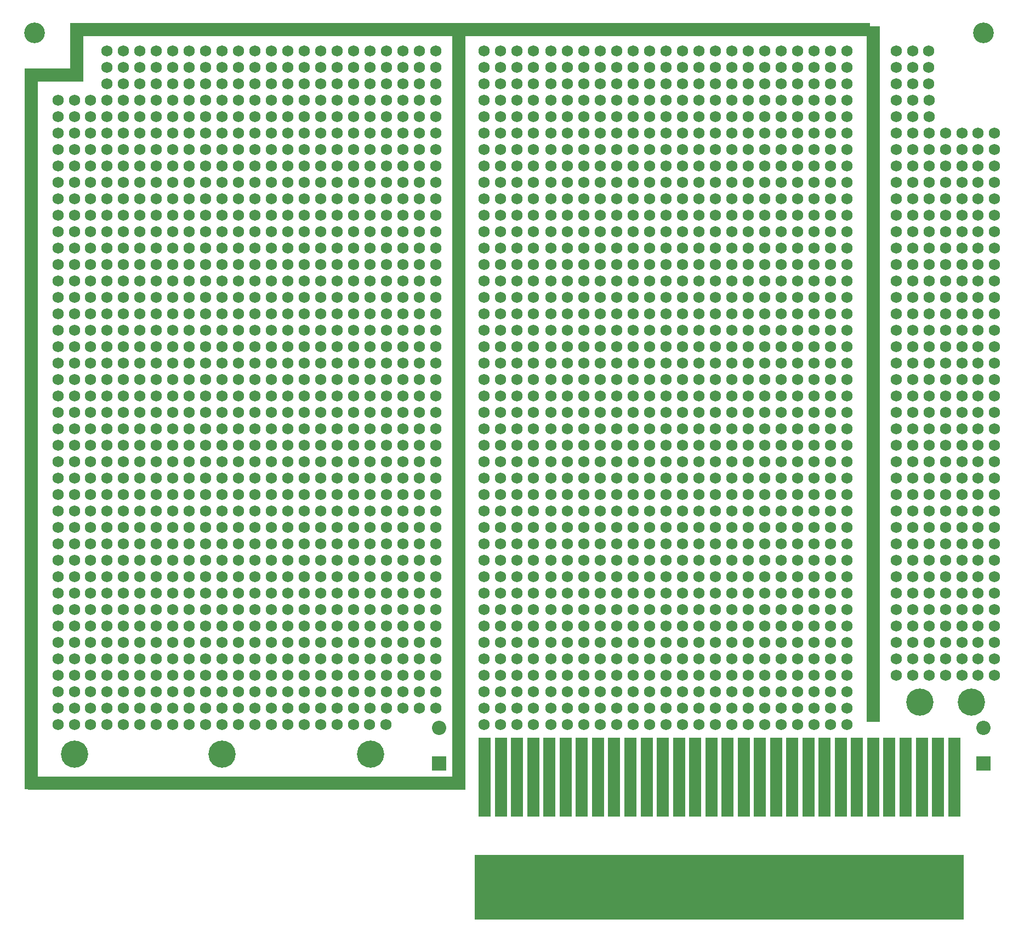
<source format=gbs>
G75*
%MOIN*%
%OFA0B0*%
%FSLAX25Y25*%
%IPPOS*%
%LPD*%
%AMOC8*
5,1,8,0,0,1.08239X$1,22.5*
%
%ADD10C,0.12611*%
%ADD11R,2.97244X0.39370*%
%ADD12R,0.07874X4.38976*%
%ADD13R,0.35433X0.07874*%
%ADD14R,0.07874X0.35433*%
%ADD15R,0.07874X4.64567*%
%ADD16R,0.07874X4.23228*%
%ADD17R,4.86220X0.07874*%
%ADD18R,2.57874X0.07874*%
%ADD19C,0.16548*%
%ADD20R,0.07493X0.48044*%
%ADD21R,0.08674X0.08674*%
%ADD22C,0.08674*%
%ADD23C,0.06800*%
D10*
X0021079Y0544370D03*
X0597850Y0544370D03*
D11*
X0437417Y0024291D03*
D12*
X0019110Y0303228D03*
D13*
X0032890Y0518780D03*
D14*
X0046669Y0532559D03*
D15*
X0278953Y0316024D03*
D16*
X0530921Y0336693D03*
D17*
X0285843Y0546339D03*
D18*
X0146079Y0087677D03*
D19*
X0045291Y0105394D03*
X0134858Y0105394D03*
X0225409Y0105394D03*
X0559268Y0136890D03*
X0590764Y0136890D03*
D20*
X0580134Y0091220D03*
X0570291Y0091220D03*
X0560449Y0091220D03*
X0550606Y0091220D03*
X0540764Y0091220D03*
X0530921Y0091220D03*
X0521079Y0091220D03*
X0511236Y0091220D03*
X0501394Y0091220D03*
X0491551Y0091220D03*
X0481709Y0091220D03*
X0471866Y0091220D03*
X0462024Y0091220D03*
X0452181Y0091220D03*
X0442339Y0091220D03*
X0432496Y0091220D03*
X0422654Y0091220D03*
X0412811Y0091220D03*
X0402969Y0091220D03*
X0393126Y0091220D03*
X0383283Y0091220D03*
X0373441Y0091220D03*
X0363598Y0091220D03*
X0353756Y0091220D03*
X0343913Y0091220D03*
X0334071Y0091220D03*
X0324228Y0091220D03*
X0314386Y0091220D03*
X0304543Y0091220D03*
X0294701Y0091220D03*
D21*
X0266827Y0099488D03*
X0597850Y0099488D03*
D22*
X0597850Y0121142D03*
X0266827Y0121142D03*
D23*
X0264780Y0133228D03*
X0254780Y0133228D03*
X0254780Y0143228D03*
X0264780Y0143228D03*
X0264780Y0153228D03*
X0264780Y0163228D03*
X0254780Y0163228D03*
X0254780Y0153228D03*
X0244780Y0153228D03*
X0244780Y0163228D03*
X0244780Y0173228D03*
X0254780Y0173228D03*
X0264780Y0173228D03*
X0264780Y0183228D03*
X0254780Y0183228D03*
X0254780Y0193228D03*
X0264780Y0193228D03*
X0264780Y0203228D03*
X0254780Y0203228D03*
X0254780Y0213228D03*
X0264780Y0213228D03*
X0264780Y0223228D03*
X0254780Y0223228D03*
X0254780Y0233228D03*
X0264780Y0233228D03*
X0264780Y0243228D03*
X0264780Y0253228D03*
X0254780Y0253228D03*
X0254780Y0243228D03*
X0244780Y0243228D03*
X0244780Y0253228D03*
X0244780Y0263228D03*
X0254780Y0263228D03*
X0264780Y0263228D03*
X0264780Y0273228D03*
X0254780Y0273228D03*
X0254780Y0283228D03*
X0264780Y0283228D03*
X0264780Y0293228D03*
X0254780Y0293228D03*
X0254780Y0303228D03*
X0264780Y0303228D03*
X0264780Y0313228D03*
X0254780Y0313228D03*
X0254780Y0323228D03*
X0264780Y0323228D03*
X0264780Y0333228D03*
X0254780Y0333228D03*
X0254780Y0343228D03*
X0264780Y0343228D03*
X0264780Y0353228D03*
X0254780Y0353228D03*
X0254780Y0363228D03*
X0264780Y0363228D03*
X0264780Y0373228D03*
X0264780Y0383228D03*
X0254780Y0383228D03*
X0254780Y0373228D03*
X0244780Y0373228D03*
X0244780Y0383228D03*
X0244780Y0393228D03*
X0254780Y0393228D03*
X0264780Y0393228D03*
X0264780Y0403228D03*
X0254780Y0403228D03*
X0254780Y0413228D03*
X0264780Y0413228D03*
X0264780Y0423228D03*
X0254780Y0423228D03*
X0254780Y0433228D03*
X0264780Y0433228D03*
X0264780Y0443228D03*
X0254780Y0443228D03*
X0254780Y0453228D03*
X0264780Y0453228D03*
X0264780Y0463228D03*
X0254780Y0463228D03*
X0254780Y0473228D03*
X0264780Y0473228D03*
X0264780Y0483228D03*
X0254780Y0483228D03*
X0254780Y0493228D03*
X0264780Y0493228D03*
X0264780Y0503228D03*
X0254780Y0503228D03*
X0254780Y0513228D03*
X0264780Y0513228D03*
X0264780Y0523228D03*
X0254780Y0523228D03*
X0254780Y0533228D03*
X0264780Y0533228D03*
X0244780Y0533228D03*
X0244780Y0523228D03*
X0244780Y0513228D03*
X0244780Y0503228D03*
X0244780Y0493228D03*
X0244780Y0483228D03*
X0244780Y0473228D03*
X0244780Y0463228D03*
X0244780Y0453228D03*
X0244780Y0443228D03*
X0244780Y0433228D03*
X0244780Y0423228D03*
X0244780Y0413228D03*
X0244780Y0403228D03*
X0234780Y0403228D03*
X0224780Y0403228D03*
X0224780Y0393228D03*
X0234780Y0393228D03*
X0234780Y0383228D03*
X0234780Y0373228D03*
X0224780Y0373228D03*
X0224780Y0383228D03*
X0214780Y0383228D03*
X0214780Y0373228D03*
X0204780Y0373228D03*
X0204780Y0383228D03*
X0204780Y0393228D03*
X0214780Y0393228D03*
X0214780Y0403228D03*
X0204780Y0403228D03*
X0204780Y0413228D03*
X0214780Y0413228D03*
X0214780Y0423228D03*
X0204780Y0423228D03*
X0204780Y0433228D03*
X0214780Y0433228D03*
X0224780Y0433228D03*
X0234780Y0433228D03*
X0234780Y0423228D03*
X0234780Y0413228D03*
X0224780Y0413228D03*
X0224780Y0423228D03*
X0224780Y0443228D03*
X0234780Y0443228D03*
X0234780Y0453228D03*
X0234780Y0463228D03*
X0224780Y0463228D03*
X0224780Y0453228D03*
X0214780Y0453228D03*
X0214780Y0463228D03*
X0204780Y0463228D03*
X0204780Y0453228D03*
X0204780Y0443228D03*
X0214780Y0443228D03*
X0194780Y0443228D03*
X0194780Y0433228D03*
X0194780Y0423228D03*
X0194780Y0413228D03*
X0194780Y0403228D03*
X0194780Y0393228D03*
X0194780Y0383228D03*
X0194780Y0373228D03*
X0194780Y0363228D03*
X0204780Y0363228D03*
X0214780Y0363228D03*
X0224780Y0363228D03*
X0234780Y0363228D03*
X0244780Y0363228D03*
X0244780Y0353228D03*
X0244780Y0343228D03*
X0244780Y0333228D03*
X0244780Y0323228D03*
X0244780Y0313228D03*
X0244780Y0303228D03*
X0244780Y0293228D03*
X0244780Y0283228D03*
X0244780Y0273228D03*
X0234780Y0273228D03*
X0224780Y0273228D03*
X0224780Y0263228D03*
X0234780Y0263228D03*
X0234780Y0253228D03*
X0234780Y0243228D03*
X0224780Y0243228D03*
X0224780Y0253228D03*
X0214780Y0253228D03*
X0214780Y0243228D03*
X0204780Y0243228D03*
X0204780Y0253228D03*
X0204780Y0263228D03*
X0214780Y0263228D03*
X0214780Y0273228D03*
X0204780Y0273228D03*
X0204780Y0283228D03*
X0214780Y0283228D03*
X0214780Y0293228D03*
X0204780Y0293228D03*
X0204780Y0303228D03*
X0214780Y0303228D03*
X0224780Y0303228D03*
X0234780Y0303228D03*
X0234780Y0293228D03*
X0234780Y0283228D03*
X0224780Y0283228D03*
X0224780Y0293228D03*
X0224780Y0313228D03*
X0234780Y0313228D03*
X0234780Y0323228D03*
X0234780Y0333228D03*
X0224780Y0333228D03*
X0224780Y0323228D03*
X0214780Y0323228D03*
X0214780Y0333228D03*
X0204780Y0333228D03*
X0204780Y0323228D03*
X0204780Y0313228D03*
X0214780Y0313228D03*
X0194780Y0313228D03*
X0194780Y0303228D03*
X0194780Y0293228D03*
X0194780Y0283228D03*
X0194780Y0273228D03*
X0194780Y0263228D03*
X0194780Y0253228D03*
X0194780Y0243228D03*
X0194780Y0233228D03*
X0204780Y0233228D03*
X0214780Y0233228D03*
X0224780Y0233228D03*
X0234780Y0233228D03*
X0244780Y0233228D03*
X0244780Y0223228D03*
X0244780Y0213228D03*
X0244780Y0203228D03*
X0244780Y0193228D03*
X0244780Y0183228D03*
X0234780Y0183228D03*
X0224780Y0183228D03*
X0224780Y0173228D03*
X0234780Y0173228D03*
X0234780Y0163228D03*
X0234780Y0153228D03*
X0224780Y0153228D03*
X0224780Y0163228D03*
X0214780Y0163228D03*
X0214780Y0153228D03*
X0204780Y0153228D03*
X0204780Y0163228D03*
X0204780Y0173228D03*
X0214780Y0173228D03*
X0214780Y0183228D03*
X0204780Y0183228D03*
X0204780Y0193228D03*
X0214780Y0193228D03*
X0214780Y0203228D03*
X0204780Y0203228D03*
X0204780Y0213228D03*
X0214780Y0213228D03*
X0224780Y0213228D03*
X0234780Y0213228D03*
X0234780Y0203228D03*
X0234780Y0193228D03*
X0224780Y0193228D03*
X0224780Y0203228D03*
X0224780Y0223228D03*
X0234780Y0223228D03*
X0214780Y0223228D03*
X0204780Y0223228D03*
X0194780Y0223228D03*
X0194780Y0213228D03*
X0194780Y0203228D03*
X0194780Y0193228D03*
X0194780Y0183228D03*
X0194780Y0173228D03*
X0194780Y0163228D03*
X0194780Y0153228D03*
X0194780Y0143228D03*
X0204780Y0143228D03*
X0214780Y0143228D03*
X0224780Y0143228D03*
X0234780Y0143228D03*
X0244780Y0143228D03*
X0244780Y0133228D03*
X0234780Y0133228D03*
X0224780Y0133228D03*
X0214780Y0133228D03*
X0204780Y0133228D03*
X0204780Y0123228D03*
X0214780Y0123228D03*
X0224622Y0123228D03*
X0234465Y0123228D03*
X0194780Y0123228D03*
X0194780Y0133228D03*
X0184780Y0133228D03*
X0174780Y0133228D03*
X0174780Y0123228D03*
X0184780Y0123228D03*
X0164780Y0123228D03*
X0154780Y0123228D03*
X0154780Y0133228D03*
X0164780Y0133228D03*
X0164780Y0143228D03*
X0154780Y0143228D03*
X0154780Y0153228D03*
X0164780Y0153228D03*
X0164780Y0163228D03*
X0154780Y0163228D03*
X0154780Y0173228D03*
X0164780Y0173228D03*
X0174780Y0173228D03*
X0184780Y0173228D03*
X0184780Y0163228D03*
X0184780Y0153228D03*
X0174780Y0153228D03*
X0174780Y0163228D03*
X0174780Y0143228D03*
X0184780Y0143228D03*
X0144780Y0143228D03*
X0144780Y0133228D03*
X0144780Y0123228D03*
X0134780Y0123228D03*
X0124780Y0123228D03*
X0114898Y0123228D03*
X0114898Y0133228D03*
X0124780Y0133228D03*
X0134780Y0133228D03*
X0134780Y0143228D03*
X0124780Y0143228D03*
X0114898Y0143228D03*
X0114898Y0153228D03*
X0114898Y0163228D03*
X0124780Y0163228D03*
X0134780Y0163228D03*
X0134780Y0153228D03*
X0124780Y0153228D03*
X0144780Y0153228D03*
X0144780Y0163228D03*
X0144780Y0173228D03*
X0144780Y0183228D03*
X0154780Y0183228D03*
X0164780Y0183228D03*
X0174780Y0183228D03*
X0184780Y0183228D03*
X0184780Y0193228D03*
X0184780Y0203228D03*
X0174780Y0203228D03*
X0174780Y0193228D03*
X0164780Y0193228D03*
X0164780Y0203228D03*
X0154780Y0203228D03*
X0154780Y0193228D03*
X0144780Y0193228D03*
X0144780Y0203228D03*
X0144780Y0213228D03*
X0154780Y0213228D03*
X0164780Y0213228D03*
X0174780Y0213228D03*
X0184780Y0213228D03*
X0184780Y0223228D03*
X0174780Y0223228D03*
X0174780Y0233228D03*
X0184780Y0233228D03*
X0184780Y0243228D03*
X0184780Y0253228D03*
X0174780Y0253228D03*
X0174780Y0243228D03*
X0164780Y0243228D03*
X0164780Y0253228D03*
X0154780Y0253228D03*
X0154780Y0243228D03*
X0154780Y0233228D03*
X0164780Y0233228D03*
X0164780Y0223228D03*
X0154780Y0223228D03*
X0144780Y0223228D03*
X0144780Y0233228D03*
X0144780Y0243228D03*
X0144780Y0253228D03*
X0144780Y0263228D03*
X0154780Y0263228D03*
X0164780Y0263228D03*
X0174780Y0263228D03*
X0184780Y0263228D03*
X0184780Y0273228D03*
X0174780Y0273228D03*
X0174780Y0283228D03*
X0184780Y0283228D03*
X0184780Y0293228D03*
X0174780Y0293228D03*
X0174780Y0303228D03*
X0184780Y0303228D03*
X0184780Y0313228D03*
X0174780Y0313228D03*
X0174780Y0323228D03*
X0184780Y0323228D03*
X0184780Y0333228D03*
X0174780Y0333228D03*
X0174780Y0343228D03*
X0184780Y0343228D03*
X0194780Y0343228D03*
X0204780Y0343228D03*
X0214780Y0343228D03*
X0224780Y0343228D03*
X0234780Y0343228D03*
X0234780Y0353228D03*
X0224780Y0353228D03*
X0214780Y0353228D03*
X0204780Y0353228D03*
X0194780Y0353228D03*
X0184780Y0353228D03*
X0174780Y0353228D03*
X0174780Y0363228D03*
X0184780Y0363228D03*
X0184780Y0373228D03*
X0184780Y0383228D03*
X0174780Y0383228D03*
X0174780Y0373228D03*
X0164780Y0373228D03*
X0164780Y0383228D03*
X0154780Y0383228D03*
X0154780Y0373228D03*
X0154780Y0363228D03*
X0164780Y0363228D03*
X0164780Y0353228D03*
X0154780Y0353228D03*
X0154780Y0343228D03*
X0164780Y0343228D03*
X0164780Y0333228D03*
X0164780Y0323228D03*
X0154780Y0323228D03*
X0154780Y0333228D03*
X0144780Y0333228D03*
X0144780Y0323228D03*
X0144780Y0313228D03*
X0154780Y0313228D03*
X0164780Y0313228D03*
X0164780Y0303228D03*
X0154780Y0303228D03*
X0154780Y0293228D03*
X0164780Y0293228D03*
X0164780Y0283228D03*
X0154780Y0283228D03*
X0154780Y0273228D03*
X0164780Y0273228D03*
X0144780Y0273228D03*
X0144780Y0283228D03*
X0144780Y0293228D03*
X0144780Y0303228D03*
X0134780Y0303228D03*
X0124780Y0303228D03*
X0114898Y0303228D03*
X0114898Y0293228D03*
X0114898Y0283228D03*
X0124780Y0283228D03*
X0134780Y0283228D03*
X0134780Y0293228D03*
X0124780Y0293228D03*
X0124780Y0273228D03*
X0134780Y0273228D03*
X0134780Y0263228D03*
X0124780Y0263228D03*
X0114898Y0263228D03*
X0114898Y0253228D03*
X0114898Y0243228D03*
X0124780Y0243228D03*
X0134780Y0243228D03*
X0134780Y0253228D03*
X0124780Y0253228D03*
X0124780Y0233228D03*
X0134780Y0233228D03*
X0134780Y0223228D03*
X0124780Y0223228D03*
X0114898Y0223228D03*
X0114898Y0213228D03*
X0124780Y0213228D03*
X0134780Y0213228D03*
X0134780Y0203228D03*
X0134780Y0193228D03*
X0124780Y0193228D03*
X0124780Y0203228D03*
X0114898Y0203228D03*
X0114898Y0193228D03*
X0114898Y0183228D03*
X0124780Y0183228D03*
X0134780Y0183228D03*
X0134780Y0173228D03*
X0124780Y0173228D03*
X0114898Y0173228D03*
X0104898Y0173228D03*
X0094898Y0173228D03*
X0094898Y0163228D03*
X0104898Y0163228D03*
X0104898Y0153228D03*
X0094898Y0153228D03*
X0094898Y0143228D03*
X0104898Y0143228D03*
X0104898Y0133228D03*
X0094898Y0133228D03*
X0094898Y0123228D03*
X0104898Y0123228D03*
X0084898Y0123228D03*
X0074898Y0123228D03*
X0074898Y0133228D03*
X0084898Y0133228D03*
X0084898Y0143228D03*
X0074898Y0143228D03*
X0074898Y0153228D03*
X0084898Y0153228D03*
X0084898Y0163228D03*
X0074898Y0163228D03*
X0074898Y0173228D03*
X0084898Y0173228D03*
X0084898Y0183228D03*
X0074898Y0183228D03*
X0074898Y0193228D03*
X0084898Y0193228D03*
X0084898Y0203228D03*
X0074898Y0203228D03*
X0074898Y0213228D03*
X0084898Y0213228D03*
X0094898Y0213228D03*
X0104898Y0213228D03*
X0104898Y0203228D03*
X0104898Y0193228D03*
X0094898Y0193228D03*
X0094898Y0203228D03*
X0094898Y0183228D03*
X0104898Y0183228D03*
X0064898Y0183228D03*
X0064898Y0173228D03*
X0064898Y0163228D03*
X0064898Y0153228D03*
X0064898Y0143228D03*
X0064898Y0133228D03*
X0064898Y0123228D03*
X0054898Y0123228D03*
X0045213Y0123228D03*
X0045213Y0133228D03*
X0054898Y0133228D03*
X0054898Y0143228D03*
X0045213Y0143228D03*
X0045213Y0153228D03*
X0054898Y0153228D03*
X0054898Y0163228D03*
X0045213Y0163228D03*
X0045213Y0173228D03*
X0054898Y0173228D03*
X0054898Y0183228D03*
X0045213Y0183228D03*
X0045213Y0193228D03*
X0054898Y0193228D03*
X0054898Y0203228D03*
X0045213Y0203228D03*
X0045213Y0213228D03*
X0054898Y0213228D03*
X0064898Y0213228D03*
X0064898Y0203228D03*
X0064898Y0193228D03*
X0035213Y0193228D03*
X0035213Y0203228D03*
X0035213Y0213228D03*
X0035213Y0223228D03*
X0045213Y0223228D03*
X0054898Y0223228D03*
X0064898Y0223228D03*
X0074898Y0223228D03*
X0084898Y0223228D03*
X0094898Y0223228D03*
X0104898Y0223228D03*
X0104898Y0233228D03*
X0094898Y0233228D03*
X0094898Y0243228D03*
X0104898Y0243228D03*
X0104898Y0253228D03*
X0094898Y0253228D03*
X0094898Y0263228D03*
X0104898Y0263228D03*
X0104898Y0273228D03*
X0094898Y0273228D03*
X0094898Y0283228D03*
X0104898Y0283228D03*
X0104898Y0293228D03*
X0094898Y0293228D03*
X0094898Y0303228D03*
X0104898Y0303228D03*
X0104898Y0313228D03*
X0094898Y0313228D03*
X0094898Y0323228D03*
X0104898Y0323228D03*
X0104898Y0333228D03*
X0094898Y0333228D03*
X0094898Y0343228D03*
X0104898Y0343228D03*
X0114898Y0343228D03*
X0124780Y0343228D03*
X0134780Y0343228D03*
X0144780Y0343228D03*
X0144780Y0353228D03*
X0144780Y0363228D03*
X0144780Y0373228D03*
X0144780Y0383228D03*
X0144780Y0393228D03*
X0154780Y0393228D03*
X0164780Y0393228D03*
X0174780Y0393228D03*
X0184780Y0393228D03*
X0184780Y0403228D03*
X0174780Y0403228D03*
X0174780Y0413228D03*
X0184780Y0413228D03*
X0184780Y0423228D03*
X0174780Y0423228D03*
X0174780Y0433228D03*
X0184780Y0433228D03*
X0184780Y0443228D03*
X0174780Y0443228D03*
X0174780Y0453228D03*
X0184780Y0453228D03*
X0184780Y0463228D03*
X0174780Y0463228D03*
X0174780Y0473228D03*
X0184780Y0473228D03*
X0194780Y0473228D03*
X0204780Y0473228D03*
X0214780Y0473228D03*
X0224780Y0473228D03*
X0234780Y0473228D03*
X0234780Y0483228D03*
X0224780Y0483228D03*
X0224780Y0493228D03*
X0234780Y0493228D03*
X0234780Y0503228D03*
X0224780Y0503228D03*
X0224780Y0513228D03*
X0234780Y0513228D03*
X0234780Y0523228D03*
X0224780Y0523228D03*
X0224780Y0533228D03*
X0234780Y0533228D03*
X0214780Y0533228D03*
X0204780Y0533228D03*
X0204780Y0523228D03*
X0214780Y0523228D03*
X0214780Y0513228D03*
X0204780Y0513228D03*
X0204780Y0503228D03*
X0214780Y0503228D03*
X0214780Y0493228D03*
X0204780Y0493228D03*
X0204780Y0483228D03*
X0214780Y0483228D03*
X0194780Y0483228D03*
X0194780Y0493228D03*
X0194780Y0503228D03*
X0194780Y0513228D03*
X0194780Y0523228D03*
X0194780Y0533228D03*
X0184780Y0533228D03*
X0174780Y0533228D03*
X0174780Y0523228D03*
X0184780Y0523228D03*
X0184780Y0513228D03*
X0174780Y0513228D03*
X0174780Y0503228D03*
X0184780Y0503228D03*
X0184780Y0493228D03*
X0174780Y0493228D03*
X0174780Y0483228D03*
X0184780Y0483228D03*
X0164780Y0483228D03*
X0154780Y0483228D03*
X0154780Y0473228D03*
X0164780Y0473228D03*
X0164780Y0463228D03*
X0164780Y0453228D03*
X0154780Y0453228D03*
X0154780Y0463228D03*
X0144780Y0463228D03*
X0144780Y0453228D03*
X0144780Y0443228D03*
X0154780Y0443228D03*
X0164780Y0443228D03*
X0164780Y0433228D03*
X0154780Y0433228D03*
X0154780Y0423228D03*
X0164780Y0423228D03*
X0164780Y0413228D03*
X0154780Y0413228D03*
X0154780Y0403228D03*
X0164780Y0403228D03*
X0144780Y0403228D03*
X0144780Y0413228D03*
X0144780Y0423228D03*
X0144780Y0433228D03*
X0134780Y0433228D03*
X0124780Y0433228D03*
X0114898Y0433228D03*
X0114898Y0423228D03*
X0114898Y0413228D03*
X0124780Y0413228D03*
X0134780Y0413228D03*
X0134780Y0423228D03*
X0124780Y0423228D03*
X0124780Y0403228D03*
X0134780Y0403228D03*
X0134780Y0393228D03*
X0124780Y0393228D03*
X0114898Y0393228D03*
X0114898Y0383228D03*
X0114898Y0373228D03*
X0124780Y0373228D03*
X0134780Y0373228D03*
X0134780Y0383228D03*
X0124780Y0383228D03*
X0124780Y0363228D03*
X0134780Y0363228D03*
X0134780Y0353228D03*
X0124780Y0353228D03*
X0114898Y0353228D03*
X0114898Y0363228D03*
X0104898Y0363228D03*
X0094898Y0363228D03*
X0094898Y0353228D03*
X0104898Y0353228D03*
X0084898Y0353228D03*
X0074898Y0353228D03*
X0074898Y0343228D03*
X0084898Y0343228D03*
X0084898Y0333228D03*
X0084898Y0323228D03*
X0074898Y0323228D03*
X0074898Y0333228D03*
X0064898Y0333228D03*
X0064898Y0323228D03*
X0064898Y0313228D03*
X0074898Y0313228D03*
X0084898Y0313228D03*
X0084898Y0303228D03*
X0074898Y0303228D03*
X0074898Y0293228D03*
X0084898Y0293228D03*
X0084898Y0283228D03*
X0074898Y0283228D03*
X0074898Y0273228D03*
X0084898Y0273228D03*
X0084898Y0263228D03*
X0074898Y0263228D03*
X0074898Y0253228D03*
X0084898Y0253228D03*
X0084898Y0243228D03*
X0074898Y0243228D03*
X0074898Y0233228D03*
X0084898Y0233228D03*
X0064898Y0233228D03*
X0064898Y0243228D03*
X0064898Y0253228D03*
X0064898Y0263228D03*
X0064898Y0273228D03*
X0064898Y0283228D03*
X0064898Y0293228D03*
X0064898Y0303228D03*
X0054898Y0303228D03*
X0045213Y0303228D03*
X0045213Y0293228D03*
X0054898Y0293228D03*
X0054898Y0283228D03*
X0045213Y0283228D03*
X0045213Y0273228D03*
X0054898Y0273228D03*
X0054898Y0263228D03*
X0045213Y0263228D03*
X0045213Y0253228D03*
X0054898Y0253228D03*
X0054898Y0243228D03*
X0045213Y0243228D03*
X0045213Y0233228D03*
X0054898Y0233228D03*
X0035213Y0233228D03*
X0035213Y0243228D03*
X0035213Y0253228D03*
X0035213Y0263228D03*
X0035213Y0273228D03*
X0035213Y0283228D03*
X0035213Y0293228D03*
X0035213Y0303228D03*
X0035213Y0313228D03*
X0045213Y0313228D03*
X0054898Y0313228D03*
X0054898Y0323228D03*
X0045213Y0323228D03*
X0045213Y0333228D03*
X0054898Y0333228D03*
X0054898Y0343228D03*
X0045213Y0343228D03*
X0045213Y0353228D03*
X0054898Y0353228D03*
X0064898Y0353228D03*
X0064898Y0343228D03*
X0064898Y0363228D03*
X0074898Y0363228D03*
X0084898Y0363228D03*
X0084898Y0373228D03*
X0084898Y0383228D03*
X0074898Y0383228D03*
X0074898Y0373228D03*
X0064898Y0373228D03*
X0064898Y0383228D03*
X0064898Y0393228D03*
X0074898Y0393228D03*
X0084898Y0393228D03*
X0094898Y0393228D03*
X0104898Y0393228D03*
X0104898Y0383228D03*
X0104898Y0373228D03*
X0094898Y0373228D03*
X0094898Y0383228D03*
X0094898Y0403228D03*
X0104898Y0403228D03*
X0114898Y0403228D03*
X0104898Y0413228D03*
X0104898Y0423228D03*
X0094898Y0423228D03*
X0094898Y0413228D03*
X0084898Y0413228D03*
X0084898Y0423228D03*
X0074898Y0423228D03*
X0074898Y0413228D03*
X0074898Y0403228D03*
X0084898Y0403228D03*
X0064898Y0403228D03*
X0064898Y0413228D03*
X0064898Y0423228D03*
X0064898Y0433228D03*
X0074898Y0433228D03*
X0084898Y0433228D03*
X0094898Y0433228D03*
X0104898Y0433228D03*
X0104898Y0443228D03*
X0094898Y0443228D03*
X0094898Y0453228D03*
X0104898Y0453228D03*
X0104898Y0463228D03*
X0094898Y0463228D03*
X0094898Y0473228D03*
X0104898Y0473228D03*
X0114898Y0473228D03*
X0124780Y0473228D03*
X0134780Y0473228D03*
X0144780Y0473228D03*
X0144780Y0483228D03*
X0144780Y0493228D03*
X0144780Y0503228D03*
X0154780Y0503228D03*
X0164780Y0503228D03*
X0164780Y0493228D03*
X0154780Y0493228D03*
X0154780Y0513228D03*
X0164780Y0513228D03*
X0164780Y0523228D03*
X0154780Y0523228D03*
X0154780Y0533228D03*
X0164780Y0533228D03*
X0144780Y0533228D03*
X0144780Y0523228D03*
X0144780Y0513228D03*
X0134780Y0513228D03*
X0124780Y0513228D03*
X0114898Y0513228D03*
X0114898Y0503228D03*
X0114898Y0493228D03*
X0124780Y0493228D03*
X0134780Y0493228D03*
X0134780Y0503228D03*
X0124780Y0503228D03*
X0124780Y0483228D03*
X0134780Y0483228D03*
X0114898Y0483228D03*
X0104898Y0483228D03*
X0094898Y0483228D03*
X0094898Y0493228D03*
X0104898Y0493228D03*
X0104898Y0503228D03*
X0094898Y0503228D03*
X0094898Y0513228D03*
X0104898Y0513228D03*
X0104898Y0523228D03*
X0094898Y0523228D03*
X0094898Y0533228D03*
X0104898Y0533228D03*
X0114898Y0533228D03*
X0124780Y0533228D03*
X0134780Y0533228D03*
X0134780Y0523228D03*
X0124780Y0523228D03*
X0114898Y0523228D03*
X0084898Y0523228D03*
X0074898Y0523228D03*
X0074898Y0513228D03*
X0084898Y0513228D03*
X0084898Y0503228D03*
X0084898Y0493228D03*
X0074898Y0493228D03*
X0074898Y0503228D03*
X0064898Y0503228D03*
X0064898Y0493228D03*
X0064898Y0483228D03*
X0074898Y0483228D03*
X0084898Y0483228D03*
X0084898Y0473228D03*
X0074898Y0473228D03*
X0074898Y0463228D03*
X0084898Y0463228D03*
X0084898Y0453228D03*
X0074898Y0453228D03*
X0074898Y0443228D03*
X0084898Y0443228D03*
X0064898Y0443228D03*
X0064898Y0453228D03*
X0064898Y0463228D03*
X0064898Y0473228D03*
X0054898Y0473228D03*
X0045213Y0473228D03*
X0045213Y0463228D03*
X0054898Y0463228D03*
X0054898Y0453228D03*
X0045213Y0453228D03*
X0045213Y0443228D03*
X0054898Y0443228D03*
X0054898Y0433228D03*
X0045213Y0433228D03*
X0045213Y0423228D03*
X0054898Y0423228D03*
X0054898Y0413228D03*
X0045213Y0413228D03*
X0045213Y0403228D03*
X0054898Y0403228D03*
X0054898Y0393228D03*
X0045213Y0393228D03*
X0045213Y0383228D03*
X0054898Y0383228D03*
X0054898Y0373228D03*
X0045213Y0373228D03*
X0045213Y0363228D03*
X0054898Y0363228D03*
X0035213Y0363228D03*
X0035213Y0353228D03*
X0035213Y0343228D03*
X0035213Y0333228D03*
X0035213Y0323228D03*
X0035213Y0373228D03*
X0035213Y0383228D03*
X0035213Y0393228D03*
X0035213Y0403228D03*
X0035213Y0413228D03*
X0035213Y0423228D03*
X0035213Y0433228D03*
X0035213Y0443228D03*
X0035213Y0453228D03*
X0035213Y0463228D03*
X0035213Y0473228D03*
X0035213Y0483228D03*
X0045213Y0483228D03*
X0054898Y0483228D03*
X0054898Y0493228D03*
X0045213Y0493228D03*
X0045213Y0503228D03*
X0054898Y0503228D03*
X0064898Y0513228D03*
X0064898Y0523228D03*
X0064898Y0533228D03*
X0074898Y0533228D03*
X0084898Y0533228D03*
X0035213Y0503228D03*
X0035213Y0493228D03*
X0114898Y0463228D03*
X0114898Y0453228D03*
X0124780Y0453228D03*
X0134780Y0453228D03*
X0134780Y0463228D03*
X0124780Y0463228D03*
X0124780Y0443228D03*
X0134780Y0443228D03*
X0114898Y0443228D03*
X0194780Y0453228D03*
X0194780Y0463228D03*
X0294425Y0463228D03*
X0294425Y0453228D03*
X0294425Y0443228D03*
X0294425Y0433228D03*
X0294425Y0423228D03*
X0294425Y0413228D03*
X0294425Y0403228D03*
X0294425Y0393228D03*
X0294425Y0383228D03*
X0294425Y0373228D03*
X0294425Y0363228D03*
X0294425Y0353228D03*
X0294425Y0343228D03*
X0294425Y0333228D03*
X0294425Y0323228D03*
X0294425Y0313228D03*
X0294425Y0303228D03*
X0294425Y0293228D03*
X0294425Y0283228D03*
X0294425Y0273228D03*
X0294425Y0263228D03*
X0294425Y0253228D03*
X0294425Y0243228D03*
X0294425Y0233228D03*
X0294425Y0223228D03*
X0294425Y0213228D03*
X0294425Y0203228D03*
X0294425Y0193228D03*
X0294425Y0183228D03*
X0294425Y0173228D03*
X0294425Y0163228D03*
X0294425Y0153228D03*
X0294425Y0143228D03*
X0294425Y0133228D03*
X0294425Y0123386D03*
X0304425Y0123386D03*
X0314425Y0123386D03*
X0314425Y0133228D03*
X0304425Y0133228D03*
X0304425Y0143228D03*
X0314425Y0143228D03*
X0324425Y0143228D03*
X0324425Y0133228D03*
X0324425Y0123386D03*
X0334780Y0123386D03*
X0344780Y0123386D03*
X0344780Y0133228D03*
X0334780Y0133228D03*
X0334780Y0143228D03*
X0344780Y0143228D03*
X0354780Y0143228D03*
X0364780Y0143228D03*
X0374780Y0143228D03*
X0384780Y0143228D03*
X0394780Y0143228D03*
X0404780Y0143228D03*
X0414780Y0143228D03*
X0424780Y0143228D03*
X0434780Y0143228D03*
X0444780Y0143228D03*
X0454780Y0143228D03*
X0464780Y0143228D03*
X0474780Y0143228D03*
X0484780Y0143228D03*
X0494780Y0143228D03*
X0504780Y0143228D03*
X0514780Y0143228D03*
X0514780Y0133228D03*
X0514780Y0123386D03*
X0504780Y0123386D03*
X0504780Y0133228D03*
X0494780Y0133228D03*
X0484780Y0133228D03*
X0484780Y0123386D03*
X0494780Y0123386D03*
X0474780Y0123386D03*
X0464780Y0123386D03*
X0464780Y0133228D03*
X0474780Y0133228D03*
X0454780Y0133228D03*
X0454780Y0123386D03*
X0444780Y0123386D03*
X0434780Y0123386D03*
X0434780Y0133228D03*
X0444780Y0133228D03*
X0424780Y0133228D03*
X0414780Y0133228D03*
X0414780Y0123386D03*
X0424780Y0123386D03*
X0404780Y0123386D03*
X0404780Y0133228D03*
X0394780Y0133228D03*
X0384780Y0133228D03*
X0384780Y0123386D03*
X0394780Y0123386D03*
X0374780Y0123386D03*
X0374780Y0133228D03*
X0364780Y0133228D03*
X0354780Y0133228D03*
X0354780Y0123386D03*
X0364780Y0123386D03*
X0364780Y0153228D03*
X0364780Y0163228D03*
X0354780Y0163228D03*
X0354780Y0153228D03*
X0344780Y0153228D03*
X0344780Y0163228D03*
X0334780Y0163228D03*
X0334780Y0153228D03*
X0324425Y0153228D03*
X0324425Y0163228D03*
X0314425Y0163228D03*
X0314425Y0153228D03*
X0304425Y0153228D03*
X0304425Y0163228D03*
X0304425Y0173228D03*
X0314425Y0173228D03*
X0324425Y0173228D03*
X0324425Y0183228D03*
X0314425Y0183228D03*
X0304425Y0183228D03*
X0304425Y0193228D03*
X0314425Y0193228D03*
X0314425Y0203228D03*
X0304425Y0203228D03*
X0304425Y0213228D03*
X0314425Y0213228D03*
X0324425Y0213228D03*
X0324425Y0203228D03*
X0324425Y0193228D03*
X0334780Y0193228D03*
X0344780Y0193228D03*
X0344780Y0203228D03*
X0334780Y0203228D03*
X0334780Y0213228D03*
X0344780Y0213228D03*
X0354780Y0213228D03*
X0364780Y0213228D03*
X0374780Y0213228D03*
X0384780Y0213228D03*
X0394780Y0213228D03*
X0404780Y0213228D03*
X0414780Y0213228D03*
X0424780Y0213228D03*
X0434780Y0213228D03*
X0444780Y0213228D03*
X0454780Y0213228D03*
X0464780Y0213228D03*
X0474780Y0213228D03*
X0484780Y0213228D03*
X0494780Y0213228D03*
X0504780Y0213228D03*
X0514780Y0213228D03*
X0514780Y0203228D03*
X0514780Y0193228D03*
X0514780Y0183228D03*
X0514780Y0173228D03*
X0514780Y0163228D03*
X0514780Y0153228D03*
X0504780Y0153228D03*
X0504780Y0163228D03*
X0504780Y0173228D03*
X0504780Y0183228D03*
X0504780Y0193228D03*
X0504780Y0203228D03*
X0494780Y0203228D03*
X0494780Y0193228D03*
X0484780Y0193228D03*
X0484780Y0203228D03*
X0474780Y0203228D03*
X0474780Y0193228D03*
X0464780Y0193228D03*
X0464780Y0203228D03*
X0454780Y0203228D03*
X0454780Y0193228D03*
X0454780Y0183228D03*
X0464780Y0183228D03*
X0474780Y0183228D03*
X0484780Y0183228D03*
X0494780Y0183228D03*
X0494780Y0173228D03*
X0484780Y0173228D03*
X0484780Y0163228D03*
X0494780Y0163228D03*
X0494780Y0153228D03*
X0484780Y0153228D03*
X0474780Y0153228D03*
X0474780Y0163228D03*
X0464780Y0163228D03*
X0464780Y0153228D03*
X0454780Y0153228D03*
X0454780Y0163228D03*
X0454780Y0173228D03*
X0464780Y0173228D03*
X0474780Y0173228D03*
X0444780Y0173228D03*
X0434780Y0173228D03*
X0434780Y0163228D03*
X0444780Y0163228D03*
X0444780Y0153228D03*
X0434780Y0153228D03*
X0424780Y0153228D03*
X0424780Y0163228D03*
X0414780Y0163228D03*
X0414780Y0153228D03*
X0404780Y0153228D03*
X0404780Y0163228D03*
X0404780Y0173228D03*
X0414780Y0173228D03*
X0424780Y0173228D03*
X0424780Y0183228D03*
X0414780Y0183228D03*
X0414780Y0193228D03*
X0424780Y0193228D03*
X0424780Y0203228D03*
X0414780Y0203228D03*
X0404780Y0203228D03*
X0404780Y0193228D03*
X0404780Y0183228D03*
X0394780Y0183228D03*
X0384780Y0183228D03*
X0384780Y0173228D03*
X0394780Y0173228D03*
X0394780Y0163228D03*
X0394780Y0153228D03*
X0384780Y0153228D03*
X0384780Y0163228D03*
X0374780Y0163228D03*
X0374780Y0153228D03*
X0374780Y0173228D03*
X0374780Y0183228D03*
X0374780Y0193228D03*
X0374780Y0203228D03*
X0384780Y0203228D03*
X0394780Y0203228D03*
X0394780Y0193228D03*
X0384780Y0193228D03*
X0364780Y0193228D03*
X0364780Y0203228D03*
X0354780Y0203228D03*
X0354780Y0193228D03*
X0354780Y0183228D03*
X0364780Y0183228D03*
X0364780Y0173228D03*
X0354780Y0173228D03*
X0344780Y0173228D03*
X0334780Y0173228D03*
X0334780Y0183228D03*
X0344780Y0183228D03*
X0344780Y0223228D03*
X0334780Y0223228D03*
X0334780Y0233228D03*
X0344780Y0233228D03*
X0354780Y0233228D03*
X0364780Y0233228D03*
X0374780Y0233228D03*
X0384780Y0233228D03*
X0394780Y0233228D03*
X0404780Y0233228D03*
X0414780Y0233228D03*
X0424780Y0233228D03*
X0434780Y0233228D03*
X0444780Y0233228D03*
X0454780Y0233228D03*
X0464780Y0233228D03*
X0474780Y0233228D03*
X0484780Y0233228D03*
X0494780Y0233228D03*
X0504780Y0233228D03*
X0514780Y0233228D03*
X0514780Y0223228D03*
X0504780Y0223228D03*
X0494780Y0223228D03*
X0484780Y0223228D03*
X0474780Y0223228D03*
X0464780Y0223228D03*
X0454780Y0223228D03*
X0444780Y0223228D03*
X0434780Y0223228D03*
X0424780Y0223228D03*
X0414780Y0223228D03*
X0404780Y0223228D03*
X0394780Y0223228D03*
X0384780Y0223228D03*
X0374780Y0223228D03*
X0364780Y0223228D03*
X0354780Y0223228D03*
X0354780Y0243228D03*
X0364780Y0243228D03*
X0364780Y0253228D03*
X0354780Y0253228D03*
X0354780Y0263228D03*
X0364780Y0263228D03*
X0374780Y0263228D03*
X0384780Y0263228D03*
X0394780Y0263228D03*
X0404780Y0263228D03*
X0414780Y0263228D03*
X0424780Y0263228D03*
X0434780Y0263228D03*
X0444780Y0263228D03*
X0454780Y0263228D03*
X0464780Y0263228D03*
X0474780Y0263228D03*
X0484780Y0263228D03*
X0494780Y0263228D03*
X0504780Y0263228D03*
X0514780Y0263228D03*
X0514780Y0253228D03*
X0514780Y0243228D03*
X0504780Y0243228D03*
X0504780Y0253228D03*
X0494780Y0253228D03*
X0494780Y0243228D03*
X0484780Y0243228D03*
X0484780Y0253228D03*
X0474780Y0253228D03*
X0474780Y0243228D03*
X0464780Y0243228D03*
X0464780Y0253228D03*
X0454780Y0253228D03*
X0454780Y0243228D03*
X0444780Y0243228D03*
X0444780Y0253228D03*
X0434780Y0253228D03*
X0434780Y0243228D03*
X0424780Y0243228D03*
X0424780Y0253228D03*
X0414780Y0253228D03*
X0414780Y0243228D03*
X0404780Y0243228D03*
X0404780Y0253228D03*
X0394780Y0253228D03*
X0394780Y0243228D03*
X0384780Y0243228D03*
X0384780Y0253228D03*
X0374780Y0253228D03*
X0374780Y0243228D03*
X0374780Y0273228D03*
X0384780Y0273228D03*
X0394780Y0273228D03*
X0404780Y0273228D03*
X0414780Y0273228D03*
X0424780Y0273228D03*
X0434780Y0273228D03*
X0444780Y0273228D03*
X0454780Y0273228D03*
X0464780Y0273228D03*
X0474780Y0273228D03*
X0484780Y0273228D03*
X0494780Y0273228D03*
X0504780Y0273228D03*
X0514780Y0273228D03*
X0514780Y0283228D03*
X0514780Y0293228D03*
X0514780Y0303228D03*
X0514780Y0313228D03*
X0514780Y0323228D03*
X0514780Y0333228D03*
X0514780Y0343228D03*
X0514780Y0353228D03*
X0514780Y0363228D03*
X0514780Y0373228D03*
X0514780Y0383228D03*
X0514780Y0393228D03*
X0514780Y0403228D03*
X0514780Y0413228D03*
X0514780Y0423228D03*
X0514780Y0433228D03*
X0514780Y0443228D03*
X0514780Y0453228D03*
X0514780Y0463228D03*
X0514780Y0473228D03*
X0514780Y0483228D03*
X0514780Y0493228D03*
X0514780Y0503228D03*
X0514780Y0513228D03*
X0514780Y0523228D03*
X0514780Y0533228D03*
X0504780Y0533228D03*
X0504780Y0523228D03*
X0504780Y0513228D03*
X0504780Y0503228D03*
X0504780Y0493228D03*
X0504780Y0483228D03*
X0504780Y0473228D03*
X0504780Y0463228D03*
X0504780Y0453228D03*
X0504780Y0443228D03*
X0504780Y0433228D03*
X0504780Y0423228D03*
X0504780Y0413228D03*
X0504780Y0403228D03*
X0504780Y0393228D03*
X0504780Y0383228D03*
X0504780Y0373228D03*
X0504780Y0363228D03*
X0504780Y0353228D03*
X0504780Y0343228D03*
X0504780Y0333228D03*
X0504780Y0323228D03*
X0504780Y0313228D03*
X0504780Y0303228D03*
X0504780Y0293228D03*
X0504780Y0283228D03*
X0494780Y0283228D03*
X0494780Y0293228D03*
X0484780Y0293228D03*
X0484780Y0283228D03*
X0474780Y0283228D03*
X0474780Y0293228D03*
X0464780Y0293228D03*
X0464780Y0283228D03*
X0454780Y0283228D03*
X0454780Y0293228D03*
X0454780Y0303228D03*
X0464780Y0303228D03*
X0474780Y0303228D03*
X0484780Y0303228D03*
X0494780Y0303228D03*
X0494780Y0313228D03*
X0484780Y0313228D03*
X0484780Y0323228D03*
X0494780Y0323228D03*
X0494780Y0333228D03*
X0484780Y0333228D03*
X0484780Y0343228D03*
X0494780Y0343228D03*
X0494780Y0353228D03*
X0484780Y0353228D03*
X0484780Y0363228D03*
X0494780Y0363228D03*
X0494780Y0373228D03*
X0494780Y0383228D03*
X0484780Y0383228D03*
X0484780Y0373228D03*
X0474780Y0373228D03*
X0474780Y0383228D03*
X0464780Y0383228D03*
X0464780Y0373228D03*
X0464780Y0363228D03*
X0474780Y0363228D03*
X0474780Y0353228D03*
X0464780Y0353228D03*
X0464780Y0343228D03*
X0474780Y0343228D03*
X0474780Y0333228D03*
X0474780Y0323228D03*
X0464780Y0323228D03*
X0464780Y0333228D03*
X0454780Y0333228D03*
X0454780Y0323228D03*
X0454780Y0313228D03*
X0464780Y0313228D03*
X0474780Y0313228D03*
X0444780Y0313228D03*
X0434780Y0313228D03*
X0434780Y0303228D03*
X0444780Y0303228D03*
X0444780Y0293228D03*
X0444780Y0283228D03*
X0434780Y0283228D03*
X0434780Y0293228D03*
X0424780Y0293228D03*
X0424780Y0283228D03*
X0414780Y0283228D03*
X0414780Y0293228D03*
X0414780Y0303228D03*
X0424780Y0303228D03*
X0424780Y0313228D03*
X0414780Y0313228D03*
X0414780Y0323228D03*
X0424780Y0323228D03*
X0424780Y0333228D03*
X0414780Y0333228D03*
X0414780Y0343228D03*
X0424780Y0343228D03*
X0434780Y0343228D03*
X0444780Y0343228D03*
X0454780Y0343228D03*
X0454780Y0353228D03*
X0454780Y0363228D03*
X0454780Y0373228D03*
X0454780Y0383228D03*
X0454780Y0393228D03*
X0464780Y0393228D03*
X0474780Y0393228D03*
X0484780Y0393228D03*
X0494780Y0393228D03*
X0494780Y0403228D03*
X0484780Y0403228D03*
X0484780Y0413228D03*
X0494780Y0413228D03*
X0494780Y0423228D03*
X0484780Y0423228D03*
X0484780Y0433228D03*
X0494780Y0433228D03*
X0494780Y0443228D03*
X0484780Y0443228D03*
X0484780Y0453228D03*
X0494780Y0453228D03*
X0494780Y0463228D03*
X0484780Y0463228D03*
X0484780Y0473228D03*
X0494780Y0473228D03*
X0494780Y0483228D03*
X0484780Y0483228D03*
X0484780Y0493228D03*
X0494780Y0493228D03*
X0494780Y0503228D03*
X0484780Y0503228D03*
X0484780Y0513228D03*
X0494780Y0513228D03*
X0494780Y0523228D03*
X0484780Y0523228D03*
X0484780Y0533228D03*
X0494780Y0533228D03*
X0474780Y0533228D03*
X0464780Y0533228D03*
X0464780Y0523228D03*
X0474780Y0523228D03*
X0474780Y0513228D03*
X0464780Y0513228D03*
X0464780Y0503228D03*
X0474780Y0503228D03*
X0474780Y0493228D03*
X0464780Y0493228D03*
X0464780Y0483228D03*
X0474780Y0483228D03*
X0474780Y0473228D03*
X0464780Y0473228D03*
X0464780Y0463228D03*
X0474780Y0463228D03*
X0474780Y0453228D03*
X0464780Y0453228D03*
X0464780Y0443228D03*
X0474780Y0443228D03*
X0474780Y0433228D03*
X0464780Y0433228D03*
X0464780Y0423228D03*
X0474780Y0423228D03*
X0474780Y0413228D03*
X0464780Y0413228D03*
X0464780Y0403228D03*
X0474780Y0403228D03*
X0454780Y0403228D03*
X0454780Y0413228D03*
X0454780Y0423228D03*
X0454780Y0433228D03*
X0454780Y0443228D03*
X0454780Y0453228D03*
X0454780Y0463228D03*
X0454780Y0473228D03*
X0454780Y0483228D03*
X0454780Y0493228D03*
X0454780Y0503228D03*
X0454780Y0513228D03*
X0454780Y0523228D03*
X0454780Y0533228D03*
X0444780Y0533228D03*
X0434780Y0533228D03*
X0434780Y0523228D03*
X0444780Y0523228D03*
X0444780Y0513228D03*
X0434780Y0513228D03*
X0434780Y0503228D03*
X0444780Y0503228D03*
X0444780Y0493228D03*
X0434780Y0493228D03*
X0434780Y0483228D03*
X0444780Y0483228D03*
X0444780Y0473228D03*
X0434780Y0473228D03*
X0434780Y0463228D03*
X0444780Y0463228D03*
X0444780Y0453228D03*
X0434780Y0453228D03*
X0434780Y0443228D03*
X0444780Y0443228D03*
X0444780Y0433228D03*
X0434780Y0433228D03*
X0434780Y0423228D03*
X0444780Y0423228D03*
X0444780Y0413228D03*
X0434780Y0413228D03*
X0434780Y0403228D03*
X0444780Y0403228D03*
X0444780Y0393228D03*
X0434780Y0393228D03*
X0434780Y0383228D03*
X0444780Y0383228D03*
X0444780Y0373228D03*
X0434780Y0373228D03*
X0434780Y0363228D03*
X0444780Y0363228D03*
X0444780Y0353228D03*
X0434780Y0353228D03*
X0424780Y0353228D03*
X0414780Y0353228D03*
X0414780Y0363228D03*
X0424780Y0363228D03*
X0424780Y0373228D03*
X0424780Y0383228D03*
X0414780Y0383228D03*
X0414780Y0373228D03*
X0404780Y0373228D03*
X0404780Y0383228D03*
X0404780Y0393228D03*
X0414780Y0393228D03*
X0424780Y0393228D03*
X0424780Y0403228D03*
X0414780Y0403228D03*
X0414780Y0413228D03*
X0424780Y0413228D03*
X0424780Y0423228D03*
X0414780Y0423228D03*
X0414780Y0433228D03*
X0424780Y0433228D03*
X0424780Y0443228D03*
X0414780Y0443228D03*
X0414780Y0453228D03*
X0424780Y0453228D03*
X0424780Y0463228D03*
X0414780Y0463228D03*
X0414780Y0473228D03*
X0424780Y0473228D03*
X0424780Y0483228D03*
X0414780Y0483228D03*
X0414780Y0493228D03*
X0424780Y0493228D03*
X0424780Y0503228D03*
X0414780Y0503228D03*
X0414780Y0513228D03*
X0424780Y0513228D03*
X0424780Y0523228D03*
X0414780Y0523228D03*
X0414780Y0533228D03*
X0424780Y0533228D03*
X0404780Y0533228D03*
X0404780Y0523228D03*
X0404780Y0513228D03*
X0404780Y0503228D03*
X0404780Y0493228D03*
X0404780Y0483228D03*
X0404780Y0473228D03*
X0404780Y0463228D03*
X0404780Y0453228D03*
X0404780Y0443228D03*
X0404780Y0433228D03*
X0404780Y0423228D03*
X0404780Y0413228D03*
X0404780Y0403228D03*
X0394780Y0403228D03*
X0384780Y0403228D03*
X0384780Y0393228D03*
X0394780Y0393228D03*
X0394780Y0383228D03*
X0394780Y0373228D03*
X0384780Y0373228D03*
X0384780Y0383228D03*
X0374780Y0383228D03*
X0374780Y0373228D03*
X0374780Y0363228D03*
X0384780Y0363228D03*
X0394780Y0363228D03*
X0404780Y0363228D03*
X0404780Y0353228D03*
X0404780Y0343228D03*
X0404780Y0333228D03*
X0404780Y0323228D03*
X0404780Y0313228D03*
X0404780Y0303228D03*
X0404780Y0293228D03*
X0404780Y0283228D03*
X0394780Y0283228D03*
X0394780Y0293228D03*
X0384780Y0293228D03*
X0384780Y0283228D03*
X0374780Y0283228D03*
X0374780Y0293228D03*
X0374780Y0303228D03*
X0384780Y0303228D03*
X0394780Y0303228D03*
X0394780Y0313228D03*
X0384780Y0313228D03*
X0384780Y0323228D03*
X0394780Y0323228D03*
X0394780Y0333228D03*
X0384780Y0333228D03*
X0384780Y0343228D03*
X0394780Y0343228D03*
X0394780Y0353228D03*
X0384780Y0353228D03*
X0374780Y0353228D03*
X0374780Y0343228D03*
X0374780Y0333228D03*
X0374780Y0323228D03*
X0374780Y0313228D03*
X0364780Y0313228D03*
X0354780Y0313228D03*
X0354780Y0303228D03*
X0364780Y0303228D03*
X0364780Y0293228D03*
X0364780Y0283228D03*
X0354780Y0283228D03*
X0354780Y0293228D03*
X0344780Y0293228D03*
X0344780Y0283228D03*
X0334780Y0283228D03*
X0334780Y0293228D03*
X0334780Y0303228D03*
X0344780Y0303228D03*
X0344780Y0313228D03*
X0334780Y0313228D03*
X0334780Y0323228D03*
X0344780Y0323228D03*
X0344780Y0333228D03*
X0334780Y0333228D03*
X0334780Y0343228D03*
X0344780Y0343228D03*
X0354780Y0343228D03*
X0364780Y0343228D03*
X0364780Y0333228D03*
X0364780Y0323228D03*
X0354780Y0323228D03*
X0354780Y0333228D03*
X0354780Y0353228D03*
X0364780Y0353228D03*
X0364780Y0363228D03*
X0354780Y0363228D03*
X0354780Y0373228D03*
X0364780Y0373228D03*
X0364780Y0383228D03*
X0354780Y0383228D03*
X0354780Y0393228D03*
X0364780Y0393228D03*
X0374780Y0393228D03*
X0374780Y0403228D03*
X0374780Y0413228D03*
X0374780Y0423228D03*
X0384780Y0423228D03*
X0394780Y0423228D03*
X0394780Y0413228D03*
X0384780Y0413228D03*
X0384780Y0433228D03*
X0394780Y0433228D03*
X0394780Y0443228D03*
X0384780Y0443228D03*
X0384780Y0453228D03*
X0394780Y0453228D03*
X0394780Y0463228D03*
X0384780Y0463228D03*
X0384780Y0473228D03*
X0394780Y0473228D03*
X0394780Y0483228D03*
X0384780Y0483228D03*
X0384780Y0493228D03*
X0394780Y0493228D03*
X0394780Y0503228D03*
X0384780Y0503228D03*
X0384780Y0513228D03*
X0394780Y0513228D03*
X0394780Y0523228D03*
X0384780Y0523228D03*
X0384780Y0533228D03*
X0394780Y0533228D03*
X0374780Y0533228D03*
X0374780Y0523228D03*
X0374780Y0513228D03*
X0374780Y0503228D03*
X0374780Y0493228D03*
X0374780Y0483228D03*
X0374780Y0473228D03*
X0374780Y0463228D03*
X0374780Y0453228D03*
X0374780Y0443228D03*
X0374780Y0433228D03*
X0364780Y0433228D03*
X0354780Y0433228D03*
X0354780Y0423228D03*
X0364780Y0423228D03*
X0364780Y0413228D03*
X0354780Y0413228D03*
X0354780Y0403228D03*
X0364780Y0403228D03*
X0344780Y0403228D03*
X0334780Y0403228D03*
X0334780Y0393228D03*
X0344780Y0393228D03*
X0344780Y0383228D03*
X0344780Y0373228D03*
X0334780Y0373228D03*
X0334780Y0383228D03*
X0324425Y0383228D03*
X0324425Y0373228D03*
X0324425Y0363228D03*
X0324425Y0353228D03*
X0324425Y0343228D03*
X0324425Y0333228D03*
X0324425Y0323228D03*
X0324425Y0313228D03*
X0324425Y0303228D03*
X0324425Y0293228D03*
X0324425Y0283228D03*
X0324425Y0273228D03*
X0324425Y0263228D03*
X0324425Y0253228D03*
X0324425Y0243228D03*
X0324425Y0233228D03*
X0324425Y0223228D03*
X0314425Y0223228D03*
X0304425Y0223228D03*
X0304425Y0233228D03*
X0314425Y0233228D03*
X0314425Y0243228D03*
X0304425Y0243228D03*
X0304425Y0253228D03*
X0314425Y0253228D03*
X0314425Y0263228D03*
X0304425Y0263228D03*
X0304425Y0273228D03*
X0314425Y0273228D03*
X0314425Y0283228D03*
X0304425Y0283228D03*
X0304425Y0293228D03*
X0314425Y0293228D03*
X0314425Y0303228D03*
X0304425Y0303228D03*
X0304425Y0313228D03*
X0314425Y0313228D03*
X0314425Y0323228D03*
X0304425Y0323228D03*
X0304425Y0333228D03*
X0314425Y0333228D03*
X0314425Y0343228D03*
X0304425Y0343228D03*
X0304425Y0353228D03*
X0314425Y0353228D03*
X0314425Y0363228D03*
X0304425Y0363228D03*
X0304425Y0373228D03*
X0314425Y0373228D03*
X0314425Y0383228D03*
X0304425Y0383228D03*
X0304425Y0393228D03*
X0314425Y0393228D03*
X0324425Y0393228D03*
X0324425Y0403228D03*
X0314425Y0403228D03*
X0304425Y0403228D03*
X0304425Y0413228D03*
X0314425Y0413228D03*
X0314425Y0423228D03*
X0304425Y0423228D03*
X0304425Y0433228D03*
X0314425Y0433228D03*
X0324425Y0433228D03*
X0324425Y0423228D03*
X0324425Y0413228D03*
X0334780Y0413228D03*
X0344780Y0413228D03*
X0344780Y0423228D03*
X0334780Y0423228D03*
X0334780Y0433228D03*
X0344780Y0433228D03*
X0344780Y0443228D03*
X0334780Y0443228D03*
X0334780Y0453228D03*
X0344780Y0453228D03*
X0344780Y0463228D03*
X0334780Y0463228D03*
X0334780Y0473228D03*
X0344780Y0473228D03*
X0354780Y0473228D03*
X0364780Y0473228D03*
X0364780Y0463228D03*
X0364780Y0453228D03*
X0354780Y0453228D03*
X0354780Y0463228D03*
X0354780Y0443228D03*
X0364780Y0443228D03*
X0324425Y0443228D03*
X0314425Y0443228D03*
X0304425Y0443228D03*
X0304425Y0453228D03*
X0314425Y0453228D03*
X0314425Y0463228D03*
X0304425Y0463228D03*
X0304425Y0473228D03*
X0314425Y0473228D03*
X0324425Y0473228D03*
X0324425Y0463228D03*
X0324425Y0453228D03*
X0324425Y0483228D03*
X0314425Y0483228D03*
X0304425Y0483228D03*
X0294425Y0483228D03*
X0294425Y0473228D03*
X0294425Y0493228D03*
X0294425Y0503228D03*
X0304425Y0503228D03*
X0304425Y0493228D03*
X0314425Y0493228D03*
X0314425Y0503228D03*
X0324425Y0503228D03*
X0324425Y0493228D03*
X0334780Y0493228D03*
X0344780Y0493228D03*
X0344780Y0503228D03*
X0334780Y0503228D03*
X0334780Y0513228D03*
X0344780Y0513228D03*
X0354780Y0513228D03*
X0364780Y0513228D03*
X0364780Y0503228D03*
X0364780Y0493228D03*
X0354780Y0493228D03*
X0354780Y0503228D03*
X0354780Y0483228D03*
X0364780Y0483228D03*
X0344780Y0483228D03*
X0334780Y0483228D03*
X0324425Y0513228D03*
X0314425Y0513228D03*
X0304425Y0513228D03*
X0294425Y0513228D03*
X0294425Y0523228D03*
X0304425Y0523228D03*
X0314425Y0523228D03*
X0324425Y0523228D03*
X0324425Y0533228D03*
X0314425Y0533228D03*
X0304425Y0533228D03*
X0294425Y0533228D03*
X0334780Y0533228D03*
X0344780Y0533228D03*
X0354780Y0533228D03*
X0364780Y0533228D03*
X0364780Y0523228D03*
X0354780Y0523228D03*
X0344780Y0523228D03*
X0334780Y0523228D03*
X0334780Y0363228D03*
X0344780Y0363228D03*
X0344780Y0353228D03*
X0334780Y0353228D03*
X0334780Y0273228D03*
X0344780Y0273228D03*
X0354780Y0273228D03*
X0364780Y0273228D03*
X0344780Y0263228D03*
X0334780Y0263228D03*
X0334780Y0253228D03*
X0344780Y0253228D03*
X0344780Y0243228D03*
X0334780Y0243228D03*
X0434780Y0203228D03*
X0444780Y0203228D03*
X0444780Y0193228D03*
X0434780Y0193228D03*
X0434780Y0183228D03*
X0444780Y0183228D03*
X0544780Y0183228D03*
X0554780Y0183228D03*
X0564780Y0183228D03*
X0574780Y0183228D03*
X0584780Y0183228D03*
X0594465Y0183228D03*
X0604465Y0183228D03*
X0604465Y0173228D03*
X0594465Y0173228D03*
X0584780Y0173228D03*
X0584780Y0163228D03*
X0584780Y0153228D03*
X0594465Y0153228D03*
X0604465Y0153228D03*
X0604465Y0163228D03*
X0594465Y0163228D03*
X0574780Y0163228D03*
X0574780Y0153228D03*
X0564780Y0153228D03*
X0564780Y0163228D03*
X0564780Y0173228D03*
X0574780Y0173228D03*
X0554780Y0173228D03*
X0544780Y0173228D03*
X0544780Y0163228D03*
X0554780Y0163228D03*
X0554780Y0153228D03*
X0544780Y0153228D03*
X0544780Y0193228D03*
X0554780Y0193228D03*
X0554780Y0203228D03*
X0544780Y0203228D03*
X0544780Y0213228D03*
X0554780Y0213228D03*
X0564780Y0213228D03*
X0574780Y0213228D03*
X0584780Y0213228D03*
X0594465Y0213228D03*
X0604465Y0213228D03*
X0604465Y0203228D03*
X0604465Y0193228D03*
X0594465Y0193228D03*
X0594465Y0203228D03*
X0584780Y0203228D03*
X0584780Y0193228D03*
X0574780Y0193228D03*
X0574780Y0203228D03*
X0564780Y0203228D03*
X0564780Y0193228D03*
X0564780Y0223228D03*
X0574780Y0223228D03*
X0584780Y0223228D03*
X0594465Y0223228D03*
X0604465Y0223228D03*
X0604465Y0233228D03*
X0594465Y0233228D03*
X0584780Y0233228D03*
X0584780Y0243228D03*
X0584780Y0253228D03*
X0594465Y0253228D03*
X0604465Y0253228D03*
X0604465Y0243228D03*
X0594465Y0243228D03*
X0594465Y0263228D03*
X0604465Y0263228D03*
X0604465Y0273228D03*
X0594465Y0273228D03*
X0584780Y0273228D03*
X0584780Y0263228D03*
X0574780Y0263228D03*
X0564780Y0263228D03*
X0564780Y0253228D03*
X0574780Y0253228D03*
X0574780Y0243228D03*
X0564780Y0243228D03*
X0564780Y0233228D03*
X0574780Y0233228D03*
X0554780Y0233228D03*
X0544780Y0233228D03*
X0544780Y0223228D03*
X0554780Y0223228D03*
X0554780Y0243228D03*
X0554780Y0253228D03*
X0544780Y0253228D03*
X0544780Y0243228D03*
X0544780Y0263228D03*
X0554780Y0263228D03*
X0554780Y0273228D03*
X0544780Y0273228D03*
X0544780Y0283228D03*
X0554780Y0283228D03*
X0554780Y0293228D03*
X0544780Y0293228D03*
X0544780Y0303228D03*
X0554780Y0303228D03*
X0564780Y0303228D03*
X0574780Y0303228D03*
X0584780Y0303228D03*
X0594465Y0303228D03*
X0604465Y0303228D03*
X0604465Y0293228D03*
X0604465Y0283228D03*
X0594465Y0283228D03*
X0594465Y0293228D03*
X0584780Y0293228D03*
X0584780Y0283228D03*
X0574780Y0283228D03*
X0574780Y0293228D03*
X0564780Y0293228D03*
X0564780Y0283228D03*
X0564780Y0273228D03*
X0574780Y0273228D03*
X0574780Y0313228D03*
X0564780Y0313228D03*
X0564780Y0323228D03*
X0574780Y0323228D03*
X0574780Y0333228D03*
X0564780Y0333228D03*
X0564780Y0343228D03*
X0574780Y0343228D03*
X0584780Y0343228D03*
X0594465Y0343228D03*
X0604465Y0343228D03*
X0604465Y0333228D03*
X0604465Y0323228D03*
X0594465Y0323228D03*
X0594465Y0333228D03*
X0584780Y0333228D03*
X0584780Y0323228D03*
X0584780Y0313228D03*
X0594465Y0313228D03*
X0604465Y0313228D03*
X0604465Y0353228D03*
X0594465Y0353228D03*
X0584780Y0353228D03*
X0584780Y0363228D03*
X0594465Y0363228D03*
X0604465Y0363228D03*
X0604465Y0373228D03*
X0604465Y0383228D03*
X0594465Y0383228D03*
X0594465Y0373228D03*
X0584780Y0373228D03*
X0584780Y0383228D03*
X0584780Y0393228D03*
X0594465Y0393228D03*
X0604465Y0393228D03*
X0604465Y0403228D03*
X0594465Y0403228D03*
X0584780Y0403228D03*
X0584780Y0413228D03*
X0584780Y0423228D03*
X0594465Y0423228D03*
X0604465Y0423228D03*
X0604465Y0413228D03*
X0594465Y0413228D03*
X0594465Y0433228D03*
X0604465Y0433228D03*
X0604465Y0443228D03*
X0594465Y0443228D03*
X0584780Y0443228D03*
X0584780Y0433228D03*
X0574780Y0433228D03*
X0564780Y0433228D03*
X0564780Y0423228D03*
X0574780Y0423228D03*
X0574780Y0413228D03*
X0564780Y0413228D03*
X0564780Y0403228D03*
X0574780Y0403228D03*
X0574780Y0393228D03*
X0564780Y0393228D03*
X0564780Y0383228D03*
X0574780Y0383228D03*
X0574780Y0373228D03*
X0564780Y0373228D03*
X0564780Y0363228D03*
X0574780Y0363228D03*
X0574780Y0353228D03*
X0564780Y0353228D03*
X0554780Y0353228D03*
X0544780Y0353228D03*
X0544780Y0343228D03*
X0554780Y0343228D03*
X0554780Y0333228D03*
X0554780Y0323228D03*
X0544780Y0323228D03*
X0544780Y0333228D03*
X0544780Y0313228D03*
X0554780Y0313228D03*
X0554780Y0363228D03*
X0544780Y0363228D03*
X0544780Y0373228D03*
X0554780Y0373228D03*
X0554780Y0383228D03*
X0544780Y0383228D03*
X0544780Y0393228D03*
X0554780Y0393228D03*
X0554780Y0403228D03*
X0544780Y0403228D03*
X0544780Y0413228D03*
X0554780Y0413228D03*
X0554780Y0423228D03*
X0544780Y0423228D03*
X0544780Y0433228D03*
X0554780Y0433228D03*
X0554780Y0443228D03*
X0544780Y0443228D03*
X0544780Y0453228D03*
X0554780Y0453228D03*
X0554780Y0463228D03*
X0544780Y0463228D03*
X0544780Y0473228D03*
X0554780Y0473228D03*
X0564780Y0473228D03*
X0574780Y0473228D03*
X0584780Y0473228D03*
X0594465Y0473228D03*
X0604465Y0473228D03*
X0604465Y0463228D03*
X0604465Y0453228D03*
X0594465Y0453228D03*
X0594465Y0463228D03*
X0584780Y0463228D03*
X0584780Y0453228D03*
X0574780Y0453228D03*
X0574780Y0463228D03*
X0564780Y0463228D03*
X0564780Y0453228D03*
X0564780Y0443228D03*
X0574780Y0443228D03*
X0574780Y0483228D03*
X0564780Y0483228D03*
X0564780Y0493228D03*
X0564780Y0503228D03*
X0554780Y0503228D03*
X0554780Y0493228D03*
X0544780Y0493228D03*
X0544780Y0503228D03*
X0544780Y0513228D03*
X0554780Y0513228D03*
X0564465Y0513228D03*
X0564465Y0523228D03*
X0554780Y0523228D03*
X0544780Y0523228D03*
X0544780Y0533228D03*
X0554780Y0533228D03*
X0564465Y0533228D03*
X0554780Y0483228D03*
X0544780Y0483228D03*
X0584780Y0483228D03*
X0594465Y0483228D03*
X0604465Y0483228D03*
X0444780Y0333228D03*
X0444780Y0323228D03*
X0434780Y0323228D03*
X0434780Y0333228D03*
X0194780Y0333228D03*
X0194780Y0323228D03*
X0134780Y0323228D03*
X0134780Y0333228D03*
X0124780Y0333228D03*
X0124780Y0323228D03*
X0114898Y0323228D03*
X0114898Y0333228D03*
X0114898Y0313228D03*
X0124780Y0313228D03*
X0134780Y0313228D03*
X0114898Y0273228D03*
X0114898Y0233228D03*
X0035213Y0183228D03*
X0035213Y0173228D03*
X0035213Y0163228D03*
X0035213Y0153228D03*
X0035213Y0143228D03*
X0035213Y0133228D03*
X0035213Y0123228D03*
M02*

</source>
